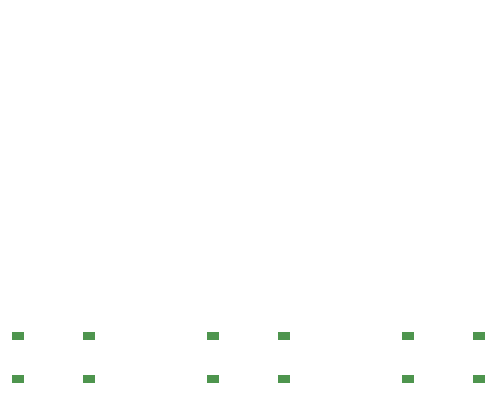
<source format=gbr>
%TF.GenerationSoftware,KiCad,Pcbnew,8.0.6*%
%TF.CreationDate,2024-12-04T16:57:49-05:00*%
%TF.ProjectId,Laser,4c617365-722e-46b6-9963-61645f706362,rev?*%
%TF.SameCoordinates,Original*%
%TF.FileFunction,Soldermask,Bot*%
%TF.FilePolarity,Negative*%
%FSLAX46Y46*%
G04 Gerber Fmt 4.6, Leading zero omitted, Abs format (unit mm)*
G04 Created by KiCad (PCBNEW 8.0.6) date 2024-12-04 16:57:49*
%MOMM*%
%LPD*%
G01*
G04 APERTURE LIST*
%ADD10C,0.025400*%
%ADD11R,1.000000X0.700000*%
G04 APERTURE END LIST*
D10*
%TO.C,D1*%
X125000000Y-118000000D03*
%TD*%
D11*
%TO.C,SW3*%
X113490000Y-145650000D03*
X107490000Y-145650000D03*
X113490000Y-149350000D03*
X107490000Y-149350000D03*
%TD*%
%TO.C,SW1*%
X146510000Y-145650000D03*
X140510000Y-145650000D03*
X146510000Y-149350000D03*
X140510000Y-149350000D03*
%TD*%
%TO.C,SW2*%
X130000000Y-145650000D03*
X124000000Y-145650000D03*
X130000000Y-149350000D03*
X124000000Y-149350000D03*
%TD*%
M02*

</source>
